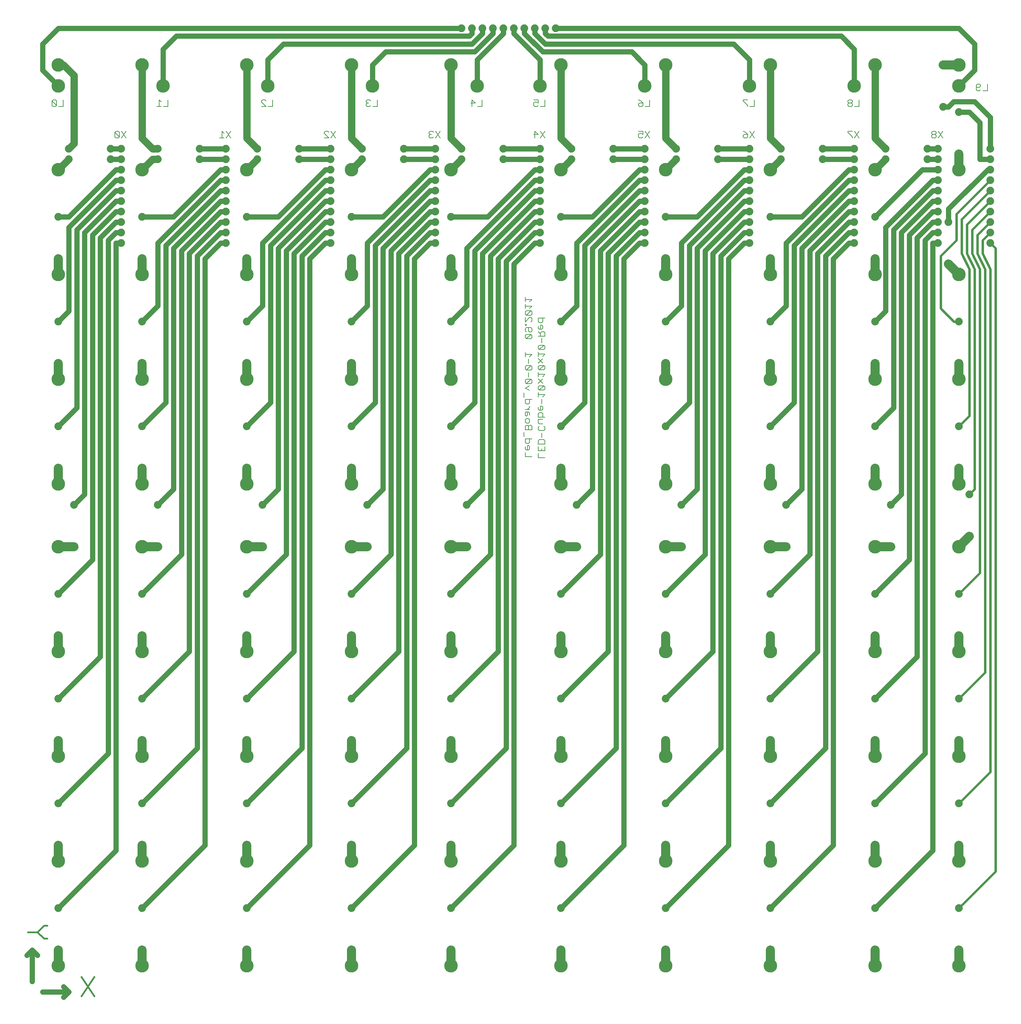
<source format=gbl>
G75*
G70*
%OFA0B0*%
%FSLAX24Y24*%
%IPPOS*%
%LPD*%
%AMOC8*
5,1,8,0,0,1.08239X$1,22.5*
%
%ADD10C,0.0160*%
%ADD11C,0.0060*%
%ADD12C,0.1300*%
%ADD13C,0.0740*%
%ADD14C,0.0860*%
%ADD15C,0.0700*%
%ADD16C,0.0500*%
%ADD17C,0.0240*%
D10*
X006293Y001181D02*
X007521Y003022D01*
X006293Y003022D02*
X007521Y001181D01*
X003022Y006681D02*
X002715Y006681D01*
X002102Y007295D01*
X001181Y007295D01*
X002102Y007295D02*
X002715Y007908D01*
X003022Y007908D01*
D11*
X048681Y052675D02*
X048681Y053102D01*
X048788Y053320D02*
X049001Y053320D01*
X049108Y053427D01*
X049108Y053640D01*
X049001Y053747D01*
X048894Y053747D01*
X048894Y053320D01*
X048788Y053320D02*
X048681Y053427D01*
X048681Y053640D01*
X048788Y053964D02*
X049001Y053964D01*
X049108Y054071D01*
X049108Y054391D01*
X049321Y054391D02*
X048681Y054391D01*
X048681Y054071D01*
X048788Y053964D01*
X048574Y054609D02*
X048574Y055036D01*
X048681Y055254D02*
X048681Y055574D01*
X048788Y055681D01*
X048894Y055681D01*
X049001Y055574D01*
X049001Y055254D01*
X049001Y055574D02*
X049108Y055681D01*
X049215Y055681D01*
X049321Y055574D01*
X049321Y055254D01*
X048681Y055254D01*
X048788Y055898D02*
X048681Y056005D01*
X048681Y056218D01*
X048788Y056325D01*
X049001Y056325D01*
X049108Y056218D01*
X049108Y056005D01*
X049001Y055898D01*
X048788Y055898D01*
X048788Y056543D02*
X048894Y056649D01*
X048894Y056970D01*
X049001Y056970D02*
X048681Y056970D01*
X048681Y056649D01*
X048788Y056543D01*
X049108Y056649D02*
X049108Y056863D01*
X049001Y056970D01*
X048894Y057187D02*
X049108Y057401D01*
X049108Y057507D01*
X049001Y057724D02*
X049108Y057831D01*
X049108Y058151D01*
X049321Y058151D02*
X048681Y058151D01*
X048681Y057831D01*
X048788Y057724D01*
X049001Y057724D01*
X049108Y057187D02*
X048681Y057187D01*
X048574Y058369D02*
X048574Y058796D01*
X048681Y059227D02*
X049108Y059440D01*
X049215Y059658D02*
X049321Y059765D01*
X049321Y059978D01*
X049215Y060085D01*
X048788Y059658D01*
X048681Y059765D01*
X048681Y059978D01*
X048788Y060085D01*
X049215Y060085D01*
X049001Y060302D02*
X049001Y060729D01*
X048788Y060947D02*
X049215Y061374D01*
X048788Y061374D01*
X048681Y061267D01*
X048681Y061054D01*
X048788Y060947D01*
X049215Y060947D01*
X049321Y061054D01*
X049321Y061267D01*
X049215Y061374D01*
X049001Y061591D02*
X049001Y062018D01*
X049108Y062236D02*
X049321Y062449D01*
X048681Y062449D01*
X048681Y062236D02*
X048681Y062663D01*
X049931Y062690D02*
X049931Y062263D01*
X049931Y062477D02*
X050571Y062477D01*
X050358Y062263D01*
X050358Y062046D02*
X049931Y061619D01*
X050038Y061401D02*
X049931Y061294D01*
X049931Y061081D01*
X050038Y060974D01*
X050465Y061401D01*
X050038Y061401D01*
X050358Y061619D02*
X049931Y062046D01*
X050465Y061401D02*
X050571Y061294D01*
X050571Y061081D01*
X050465Y060974D01*
X050038Y060974D01*
X049931Y060757D02*
X049931Y060330D01*
X049931Y060543D02*
X050571Y060543D01*
X050358Y060330D01*
X050358Y060112D02*
X049931Y059685D01*
X050038Y059468D02*
X049931Y059361D01*
X049931Y059147D01*
X050038Y059041D01*
X050465Y059468D01*
X050038Y059468D01*
X050358Y059685D02*
X049931Y060112D01*
X050465Y059468D02*
X050571Y059361D01*
X050571Y059147D01*
X050465Y059041D01*
X050038Y059041D01*
X049931Y058823D02*
X049931Y058396D01*
X049931Y058609D02*
X050571Y058609D01*
X050358Y058396D01*
X050251Y058178D02*
X050251Y057751D01*
X050251Y057534D02*
X050144Y057534D01*
X050144Y057107D01*
X050038Y057107D02*
X050251Y057107D01*
X050358Y057214D01*
X050358Y057427D01*
X050251Y057534D01*
X049931Y057427D02*
X049931Y057214D01*
X050038Y057107D01*
X050038Y056889D02*
X050251Y056889D01*
X050358Y056783D01*
X050358Y056462D01*
X050571Y056462D02*
X049931Y056462D01*
X049931Y056783D01*
X050038Y056889D01*
X049931Y056245D02*
X050358Y056245D01*
X050358Y055818D02*
X050038Y055818D01*
X049931Y055925D01*
X049931Y056245D01*
X050038Y055600D02*
X049931Y055494D01*
X049931Y055280D01*
X050038Y055173D01*
X050465Y055173D01*
X050571Y055280D01*
X050571Y055494D01*
X050465Y055600D01*
X050251Y054956D02*
X050251Y054529D01*
X050038Y054311D02*
X050465Y054311D01*
X050571Y054205D01*
X050571Y053884D01*
X049931Y053884D01*
X049931Y054205D01*
X050038Y054311D01*
X049931Y053667D02*
X049931Y053240D01*
X050571Y053240D01*
X050571Y053667D01*
X050251Y053453D02*
X050251Y053240D01*
X049931Y053022D02*
X049931Y052595D01*
X050571Y052595D01*
X049321Y052675D02*
X048681Y052675D01*
X049108Y059013D02*
X048681Y059227D01*
X048788Y059658D02*
X049215Y059658D01*
X050038Y062908D02*
X050465Y063335D01*
X050038Y063335D01*
X049931Y063228D01*
X049931Y063014D01*
X050038Y062908D01*
X050465Y062908D01*
X050571Y063014D01*
X050571Y063228D01*
X050465Y063335D01*
X050251Y063552D02*
X050251Y063979D01*
X050144Y064197D02*
X050144Y064517D01*
X050251Y064624D01*
X050465Y064624D01*
X050571Y064517D01*
X050571Y064197D01*
X049931Y064197D01*
X050144Y064410D02*
X049931Y064624D01*
X050038Y064841D02*
X050251Y064841D01*
X050358Y064948D01*
X050358Y065161D01*
X050251Y065268D01*
X050144Y065268D01*
X050144Y064841D01*
X050038Y064841D02*
X049931Y064948D01*
X049931Y065161D01*
X050038Y065486D02*
X050251Y065486D01*
X050358Y065593D01*
X050358Y065913D01*
X050571Y065913D02*
X049931Y065913D01*
X049931Y065593D01*
X050038Y065486D01*
X049321Y065659D02*
X049215Y065553D01*
X049321Y065659D02*
X049321Y065873D01*
X049215Y065980D01*
X049108Y065980D01*
X048681Y065553D01*
X048681Y065980D01*
X048788Y066197D02*
X049215Y066624D01*
X048788Y066624D01*
X048681Y066517D01*
X048681Y066304D01*
X048788Y066197D01*
X049215Y066197D01*
X049321Y066304D01*
X049321Y066517D01*
X049215Y066624D01*
X049108Y066842D02*
X049321Y067055D01*
X048681Y067055D01*
X048681Y066842D02*
X048681Y067269D01*
X048681Y067486D02*
X048681Y067913D01*
X048681Y067700D02*
X049321Y067700D01*
X049108Y067486D01*
X048788Y065337D02*
X048681Y065337D01*
X048681Y065230D01*
X048788Y065230D01*
X048788Y065337D01*
X048788Y065013D02*
X049215Y065013D01*
X049321Y064906D01*
X049321Y064692D01*
X049215Y064586D01*
X049108Y064586D01*
X049001Y064692D01*
X049001Y065013D01*
X048788Y065013D02*
X048681Y064906D01*
X048681Y064692D01*
X048788Y064586D01*
X048788Y064368D02*
X048681Y064261D01*
X048681Y064048D01*
X048788Y063941D01*
X049215Y064368D01*
X048788Y064368D01*
X049215Y064368D02*
X049321Y064261D01*
X049321Y064048D01*
X049215Y063941D01*
X048788Y063941D01*
X049606Y083131D02*
X049606Y083771D01*
X049926Y083451D01*
X049499Y083451D01*
X050144Y083131D02*
X050571Y083771D01*
X050144Y083771D02*
X050571Y083131D01*
X050571Y086131D02*
X050144Y086131D01*
X049926Y086238D02*
X049820Y086131D01*
X049606Y086131D01*
X049499Y086238D01*
X049499Y086451D01*
X049606Y086558D01*
X049713Y086558D01*
X049926Y086451D01*
X049926Y086771D01*
X049499Y086771D01*
X050571Y086771D02*
X050571Y086131D01*
X044571Y086131D02*
X044144Y086131D01*
X043926Y086451D02*
X043499Y086451D01*
X043606Y086131D02*
X043606Y086771D01*
X043926Y086451D01*
X044571Y086771D02*
X044571Y086131D01*
X040571Y083771D02*
X040144Y083131D01*
X039926Y083238D02*
X039820Y083131D01*
X039606Y083131D01*
X039499Y083238D01*
X039499Y083344D01*
X039606Y083451D01*
X039713Y083451D01*
X039606Y083451D02*
X039499Y083558D01*
X039499Y083665D01*
X039606Y083771D01*
X039820Y083771D01*
X039926Y083665D01*
X040144Y083771D02*
X040571Y083131D01*
X034571Y086131D02*
X034144Y086131D01*
X033926Y086238D02*
X033820Y086131D01*
X033606Y086131D01*
X033499Y086238D01*
X033499Y086344D01*
X033606Y086451D01*
X033713Y086451D01*
X033606Y086451D02*
X033499Y086558D01*
X033499Y086665D01*
X033606Y086771D01*
X033820Y086771D01*
X033926Y086665D01*
X034571Y086771D02*
X034571Y086131D01*
X030571Y083771D02*
X030144Y083131D01*
X029926Y083131D02*
X029499Y083558D01*
X029499Y083665D01*
X029606Y083771D01*
X029820Y083771D01*
X029926Y083665D01*
X030144Y083771D02*
X030571Y083131D01*
X029926Y083131D02*
X029499Y083131D01*
X024571Y086131D02*
X024144Y086131D01*
X023926Y086131D02*
X023499Y086558D01*
X023499Y086665D01*
X023606Y086771D01*
X023820Y086771D01*
X023926Y086665D01*
X023926Y086131D02*
X023499Y086131D01*
X024571Y086131D02*
X024571Y086771D01*
X020571Y083771D02*
X020144Y083131D01*
X019926Y083131D02*
X019499Y083131D01*
X019713Y083131D02*
X019713Y083771D01*
X019926Y083558D01*
X020144Y083771D02*
X020571Y083131D01*
X014571Y086131D02*
X014144Y086131D01*
X013926Y086131D02*
X013499Y086131D01*
X013713Y086131D02*
X013713Y086771D01*
X013926Y086558D01*
X014571Y086771D02*
X014571Y086131D01*
X010571Y083771D02*
X010144Y083131D01*
X009926Y083238D02*
X009499Y083665D01*
X009499Y083238D01*
X009606Y083131D01*
X009820Y083131D01*
X009926Y083238D01*
X009926Y083665D01*
X009820Y083771D01*
X009606Y083771D01*
X009499Y083665D01*
X010144Y083771D02*
X010571Y083131D01*
X004571Y086131D02*
X004144Y086131D01*
X003926Y086238D02*
X003499Y086665D01*
X003499Y086238D01*
X003606Y086131D01*
X003820Y086131D01*
X003926Y086238D01*
X003926Y086665D01*
X003820Y086771D01*
X003606Y086771D01*
X003499Y086665D01*
X004571Y086771D02*
X004571Y086131D01*
X059499Y086238D02*
X059499Y086344D01*
X059606Y086451D01*
X059926Y086451D01*
X059926Y086238D01*
X059820Y086131D01*
X059606Y086131D01*
X059499Y086238D01*
X059713Y086665D02*
X059499Y086771D01*
X059713Y086665D02*
X059926Y086451D01*
X060144Y086131D02*
X060571Y086131D01*
X060571Y086771D01*
X060571Y083771D02*
X060144Y083131D01*
X059926Y083238D02*
X059820Y083131D01*
X059606Y083131D01*
X059499Y083238D01*
X059499Y083451D01*
X059606Y083558D01*
X059713Y083558D01*
X059926Y083451D01*
X059926Y083771D01*
X059499Y083771D01*
X060144Y083771D02*
X060571Y083131D01*
X069499Y083238D02*
X069499Y083344D01*
X069606Y083451D01*
X069926Y083451D01*
X069926Y083238D01*
X069820Y083131D01*
X069606Y083131D01*
X069499Y083238D01*
X069713Y083665D02*
X069926Y083451D01*
X069713Y083665D02*
X069499Y083771D01*
X070144Y083771D02*
X070571Y083131D01*
X070144Y083131D02*
X070571Y083771D01*
X070571Y086131D02*
X070144Y086131D01*
X069926Y086131D02*
X069926Y086238D01*
X069499Y086665D01*
X069499Y086771D01*
X069926Y086771D01*
X070571Y086771D02*
X070571Y086131D01*
X079499Y086238D02*
X079606Y086131D01*
X079820Y086131D01*
X079926Y086238D01*
X079926Y086344D01*
X079820Y086451D01*
X079606Y086451D01*
X079499Y086344D01*
X079499Y086238D01*
X079606Y086451D02*
X079499Y086558D01*
X079499Y086665D01*
X079606Y086771D01*
X079820Y086771D01*
X079926Y086665D01*
X079926Y086558D01*
X079820Y086451D01*
X080144Y086131D02*
X080571Y086131D01*
X080571Y086771D01*
X080571Y083771D02*
X080144Y083131D01*
X079926Y083131D02*
X079926Y083238D01*
X079499Y083665D01*
X079499Y083771D01*
X079926Y083771D01*
X080144Y083771D02*
X080571Y083131D01*
X087499Y083238D02*
X087606Y083131D01*
X087820Y083131D01*
X087926Y083238D01*
X087926Y083344D01*
X087820Y083451D01*
X087606Y083451D01*
X087499Y083344D01*
X087499Y083238D01*
X087606Y083451D02*
X087499Y083558D01*
X087499Y083665D01*
X087606Y083771D01*
X087820Y083771D01*
X087926Y083665D01*
X087926Y083558D01*
X087820Y083451D01*
X088144Y083131D02*
X088571Y083771D01*
X088144Y083771D02*
X088571Y083131D01*
X091856Y087631D02*
X091749Y087738D01*
X091749Y088165D01*
X091856Y088271D01*
X092070Y088271D01*
X092176Y088165D01*
X092176Y088058D01*
X092070Y087951D01*
X091749Y087951D01*
X091856Y087631D02*
X092070Y087631D01*
X092176Y087738D01*
X092394Y087631D02*
X092821Y087631D01*
X092821Y088271D01*
D12*
X090101Y088101D03*
X090101Y090101D03*
X082101Y090101D03*
X080101Y088101D03*
X082101Y080101D03*
X090101Y080101D03*
X090101Y070101D03*
X082101Y070101D03*
X082101Y060101D03*
X090101Y060101D03*
X090101Y050101D03*
X090101Y044101D03*
X082101Y044101D03*
X082101Y050101D03*
X072101Y050101D03*
X072101Y044101D03*
X072101Y034101D03*
X082101Y034101D03*
X090101Y034101D03*
X090101Y024101D03*
X082101Y024101D03*
X072101Y024101D03*
X072101Y014101D03*
X082101Y014101D03*
X090101Y014101D03*
X090101Y004101D03*
X082101Y004101D03*
X072101Y004101D03*
X062101Y004101D03*
X062101Y014101D03*
X052101Y014101D03*
X052101Y004101D03*
X041601Y004101D03*
X032101Y004101D03*
X032101Y014101D03*
X041601Y014101D03*
X041601Y024101D03*
X032101Y024101D03*
X032101Y034101D03*
X041601Y034101D03*
X041601Y044101D03*
X041601Y050101D03*
X032101Y050101D03*
X032101Y044101D03*
X022101Y044101D03*
X022101Y050101D03*
X022101Y060101D03*
X022101Y070101D03*
X032101Y070101D03*
X041601Y070101D03*
X041601Y060101D03*
X032101Y060101D03*
X032101Y080101D03*
X034101Y088101D03*
X032101Y090101D03*
X024101Y088101D03*
X022101Y090101D03*
X014101Y088101D03*
X012101Y090101D03*
X004101Y090101D03*
X004101Y088101D03*
X004101Y080101D03*
X012101Y080101D03*
X022101Y080101D03*
X012101Y070101D03*
X004101Y070101D03*
X004101Y060101D03*
X012101Y060101D03*
X012101Y050101D03*
X012101Y044101D03*
X004101Y044101D03*
X004101Y050101D03*
X004101Y034101D03*
X012101Y034101D03*
X012101Y024101D03*
X004101Y024101D03*
X004101Y014101D03*
X012101Y014101D03*
X012101Y004101D03*
X004101Y004101D03*
X022101Y004101D03*
X022101Y014101D03*
X022101Y024101D03*
X022101Y034101D03*
X052101Y034101D03*
X062101Y034101D03*
X062101Y024101D03*
X052101Y024101D03*
X052101Y044101D03*
X052101Y050101D03*
X062101Y050101D03*
X062101Y044101D03*
X062101Y060101D03*
X062101Y070101D03*
X052101Y070101D03*
X052101Y060101D03*
X052101Y080101D03*
X050101Y088101D03*
X052101Y090101D03*
X060101Y088101D03*
X062101Y090101D03*
X070101Y088101D03*
X072101Y090101D03*
X072101Y080101D03*
X072101Y070101D03*
X072101Y060101D03*
X062101Y080101D03*
X044101Y088101D03*
X041601Y090101D03*
X041601Y080101D03*
D13*
X042601Y081101D03*
X042601Y082101D03*
X040101Y082101D03*
X040101Y081101D03*
X040101Y080101D03*
X040101Y079101D03*
X040101Y078101D03*
X040101Y077101D03*
X040101Y076101D03*
X040101Y075101D03*
X040101Y074101D03*
X040101Y073101D03*
X041601Y071601D03*
X041601Y075601D03*
X037101Y081101D03*
X037101Y082101D03*
X033101Y082101D03*
X033101Y081101D03*
X030101Y081101D03*
X030101Y082101D03*
X030101Y080101D03*
X030101Y079101D03*
X030101Y078101D03*
X030101Y077101D03*
X030101Y076101D03*
X030101Y075101D03*
X030101Y074101D03*
X030101Y073101D03*
X032101Y071601D03*
X032101Y075601D03*
X027101Y081101D03*
X027101Y082101D03*
X023101Y082101D03*
X023101Y081101D03*
X020101Y081101D03*
X020101Y082101D03*
X020101Y080101D03*
X020101Y079101D03*
X020101Y078101D03*
X020101Y077101D03*
X020101Y076101D03*
X020101Y075101D03*
X020101Y074101D03*
X020101Y073101D03*
X022101Y071601D03*
X022101Y075601D03*
X017601Y081101D03*
X017601Y082101D03*
X013601Y082101D03*
X013601Y081101D03*
X010101Y081101D03*
X010101Y082101D03*
X009101Y082101D03*
X009101Y081101D03*
X010101Y080101D03*
X010101Y079101D03*
X010101Y078101D03*
X010101Y077101D03*
X010101Y076101D03*
X010101Y075101D03*
X010101Y074101D03*
X010101Y073101D03*
X012101Y071601D03*
X012101Y075601D03*
X005101Y081101D03*
X005101Y082101D03*
X004101Y075601D03*
X004101Y071601D03*
X004101Y065601D03*
X004101Y061601D03*
X004101Y055601D03*
X004101Y051601D03*
X005601Y048101D03*
X005601Y044101D03*
X004101Y039601D03*
X004101Y035601D03*
X004101Y029601D03*
X004101Y025601D03*
X004101Y019601D03*
X004101Y015601D03*
X004101Y009601D03*
X004101Y005601D03*
X012101Y005601D03*
X012101Y009601D03*
X012101Y015601D03*
X012101Y019601D03*
X012101Y025601D03*
X012101Y029601D03*
X012101Y035601D03*
X012101Y039601D03*
X013601Y044101D03*
X013601Y048101D03*
X012101Y051601D03*
X012101Y055601D03*
X012101Y061601D03*
X012101Y065601D03*
X022101Y065601D03*
X022101Y061601D03*
X022101Y055601D03*
X022101Y051601D03*
X023601Y048101D03*
X023601Y044101D03*
X022101Y039601D03*
X022101Y035601D03*
X022101Y029601D03*
X022101Y025601D03*
X022101Y019601D03*
X022101Y015601D03*
X022101Y009601D03*
X022101Y005601D03*
X032101Y005601D03*
X032101Y009601D03*
X032101Y015601D03*
X032101Y019601D03*
X032101Y025601D03*
X032101Y029601D03*
X032101Y035601D03*
X032101Y039601D03*
X033601Y044101D03*
X033601Y048101D03*
X032101Y051601D03*
X032101Y055601D03*
X032101Y061601D03*
X032101Y065601D03*
X041601Y065601D03*
X041601Y061601D03*
X041601Y055601D03*
X041601Y051601D03*
X043101Y048101D03*
X043101Y044101D03*
X041601Y039601D03*
X041601Y035601D03*
X041601Y029601D03*
X041601Y025601D03*
X041601Y019601D03*
X041601Y015601D03*
X041601Y009601D03*
X041601Y005601D03*
X052101Y005601D03*
X052101Y009601D03*
X052101Y015601D03*
X052101Y019601D03*
X052101Y025601D03*
X052101Y029601D03*
X052101Y035601D03*
X052101Y039601D03*
X053601Y044101D03*
X053601Y048101D03*
X052101Y051601D03*
X052101Y055601D03*
X052101Y061601D03*
X052101Y065601D03*
X052101Y071601D03*
X050101Y073101D03*
X050101Y074101D03*
X050101Y075101D03*
X050101Y076101D03*
X050101Y077101D03*
X050101Y078101D03*
X050101Y079101D03*
X050101Y080101D03*
X050101Y081101D03*
X050101Y082101D03*
X046601Y082101D03*
X046601Y081101D03*
X052101Y075601D03*
X053101Y081101D03*
X053101Y082101D03*
X057101Y082101D03*
X057101Y081101D03*
X060101Y081101D03*
X060101Y082101D03*
X060101Y080101D03*
X060101Y079101D03*
X060101Y078101D03*
X060101Y077101D03*
X060101Y076101D03*
X060101Y075101D03*
X060101Y074101D03*
X060101Y073101D03*
X062101Y071601D03*
X062101Y075601D03*
X063101Y081101D03*
X063101Y082101D03*
X067101Y082101D03*
X067101Y081101D03*
X070101Y081101D03*
X070101Y082101D03*
X070101Y080101D03*
X070101Y079101D03*
X070101Y078101D03*
X070101Y077101D03*
X070101Y076101D03*
X070101Y075101D03*
X070101Y074101D03*
X070101Y073101D03*
X072101Y071601D03*
X072101Y075601D03*
X073101Y081101D03*
X073101Y082101D03*
X077101Y082101D03*
X077101Y081101D03*
X080101Y081101D03*
X080101Y082101D03*
X080101Y080101D03*
X080101Y079101D03*
X080101Y078101D03*
X080101Y077101D03*
X080101Y076101D03*
X080101Y075101D03*
X080101Y074101D03*
X080101Y073101D03*
X082101Y071601D03*
X082101Y075601D03*
X083101Y081101D03*
X083101Y082101D03*
X087101Y082101D03*
X087101Y081101D03*
X088101Y081101D03*
X088101Y082101D03*
X088101Y080101D03*
X088101Y079101D03*
X088101Y078101D03*
X088101Y077101D03*
X088101Y076101D03*
X088101Y075101D03*
X089101Y075101D03*
X088101Y074101D03*
X088101Y073101D03*
X089101Y071101D03*
X093101Y073101D03*
X093101Y074101D03*
X093101Y075101D03*
X093101Y076101D03*
X093101Y077101D03*
X093101Y078101D03*
X093101Y079101D03*
X093101Y080101D03*
X093101Y081101D03*
X093101Y082101D03*
X090101Y081601D03*
X090101Y085601D03*
X088601Y086101D03*
X088601Y090101D03*
X090101Y065601D03*
X090101Y061601D03*
X090101Y055601D03*
X090101Y051601D03*
X091101Y049101D03*
X091101Y045101D03*
X090101Y039601D03*
X090101Y035601D03*
X090101Y029601D03*
X090101Y025601D03*
X090101Y019601D03*
X090101Y015601D03*
X090101Y009601D03*
X090101Y005601D03*
X082101Y005601D03*
X082101Y009601D03*
X082101Y015601D03*
X082101Y019601D03*
X082101Y025601D03*
X082101Y029601D03*
X082101Y035601D03*
X082101Y039601D03*
X083601Y044101D03*
X083601Y048101D03*
X082101Y051601D03*
X082101Y055601D03*
X082101Y061601D03*
X082101Y065601D03*
X072101Y065601D03*
X072101Y061601D03*
X072101Y055601D03*
X072101Y051601D03*
X073601Y048101D03*
X073601Y044101D03*
X072101Y039601D03*
X072101Y035601D03*
X072101Y029601D03*
X072101Y025601D03*
X072101Y019601D03*
X072101Y015601D03*
X072101Y009601D03*
X072101Y005601D03*
X062101Y005601D03*
X062101Y009601D03*
X062101Y015601D03*
X062101Y019601D03*
X062101Y025601D03*
X062101Y029601D03*
X062101Y035601D03*
X062101Y039601D03*
X063601Y044101D03*
X063601Y048101D03*
X062101Y051601D03*
X062101Y055601D03*
X062101Y061601D03*
X062101Y065601D03*
X051601Y093601D03*
X050601Y093601D03*
X049601Y093601D03*
X048601Y093601D03*
X047601Y093601D03*
X046601Y093601D03*
X045601Y093601D03*
X044601Y093601D03*
X043601Y093601D03*
X042601Y093601D03*
D14*
X041601Y071601D02*
X041601Y070101D01*
X041601Y061601D02*
X041601Y060101D01*
X041601Y051601D02*
X041601Y050101D01*
X041601Y044101D02*
X043101Y044101D01*
X041601Y035601D02*
X041601Y034101D01*
X041601Y025601D02*
X041601Y024101D01*
X041601Y015601D02*
X041601Y014101D01*
X041601Y005601D02*
X041601Y004101D01*
X032101Y004101D02*
X032101Y005601D01*
X032101Y014101D02*
X032101Y015601D01*
X032101Y024101D02*
X032101Y025601D01*
X032101Y034101D02*
X032101Y035601D01*
X032101Y044101D02*
X033601Y044101D01*
X032101Y050101D02*
X032101Y051601D01*
X032101Y060101D02*
X032101Y061601D01*
X032101Y070101D02*
X032101Y071601D01*
X022101Y071601D02*
X022101Y070101D01*
X022101Y061601D02*
X022101Y060101D01*
X022101Y051601D02*
X022101Y050101D01*
X022101Y044101D02*
X023601Y044101D01*
X022101Y035601D02*
X022101Y034101D01*
X022101Y025601D02*
X022101Y024101D01*
X022101Y015601D02*
X022101Y014101D01*
X022101Y005601D02*
X022101Y004101D01*
X012101Y004101D02*
X012101Y005601D01*
X004101Y005601D02*
X004101Y004101D01*
X004101Y014101D02*
X004101Y015601D01*
X012101Y015601D02*
X012101Y014101D01*
X012101Y024101D02*
X012101Y025601D01*
X004101Y025601D02*
X004101Y024101D01*
X004101Y034101D02*
X004101Y035601D01*
X012101Y035601D02*
X012101Y034101D01*
X012101Y044101D02*
X013601Y044101D01*
X012101Y050101D02*
X012101Y051601D01*
X004101Y051601D02*
X004101Y050101D01*
X004101Y044101D02*
X005601Y044101D01*
X004101Y060101D02*
X004101Y061601D01*
X012101Y061601D02*
X012101Y060101D01*
X012101Y070101D02*
X012101Y071601D01*
X004101Y071601D02*
X004101Y070101D01*
X052101Y070101D02*
X052101Y071601D01*
X062101Y071601D02*
X062101Y070101D01*
X062101Y061601D02*
X062101Y060101D01*
X062101Y051601D02*
X062101Y050101D01*
X062101Y044101D02*
X063601Y044101D01*
X072101Y044101D02*
X073601Y044101D01*
X072101Y050101D02*
X072101Y051601D01*
X072101Y060101D02*
X072101Y061601D01*
X072101Y070101D02*
X072101Y071601D01*
X082101Y071601D02*
X082101Y070101D01*
X089101Y071101D02*
X090101Y070101D01*
X090101Y061601D02*
X090101Y060101D01*
X082101Y060101D02*
X082101Y061601D01*
X082101Y051601D02*
X082101Y050101D01*
X082101Y044101D02*
X083601Y044101D01*
X090101Y044101D02*
X091101Y045101D01*
X090101Y050101D02*
X090101Y051601D01*
X090101Y035601D02*
X090101Y034101D01*
X082101Y034101D02*
X082101Y035601D01*
X072101Y035601D02*
X072101Y034101D01*
X072101Y025601D02*
X072101Y024101D01*
X072101Y015601D02*
X072101Y014101D01*
X072101Y005601D02*
X072101Y004101D01*
X082101Y004101D02*
X082101Y005601D01*
X090101Y005601D02*
X090101Y004101D01*
X090101Y014101D02*
X090101Y015601D01*
X082101Y015601D02*
X082101Y014101D01*
X082101Y024101D02*
X082101Y025601D01*
X090101Y025601D02*
X090101Y024101D01*
X062101Y024101D02*
X062101Y025601D01*
X062101Y034101D02*
X062101Y035601D01*
X053601Y044101D02*
X052101Y044101D01*
X052101Y050101D02*
X052101Y051601D01*
X052101Y060101D02*
X052101Y061601D01*
X052101Y035601D02*
X052101Y034101D01*
X052101Y025601D02*
X052101Y024101D01*
X052101Y015601D02*
X052101Y014101D01*
X052101Y005601D02*
X052101Y004101D01*
X062101Y004101D02*
X062101Y005601D01*
X062101Y014101D02*
X062101Y015601D01*
X090101Y080101D02*
X090101Y081601D01*
X090101Y090101D02*
X088601Y090101D01*
D15*
X082101Y090101D02*
X082101Y083101D01*
X083101Y082101D01*
X083101Y081101D02*
X082101Y080101D01*
X073101Y081101D02*
X072101Y080101D01*
X073101Y082101D02*
X072101Y083101D01*
X072101Y090101D01*
X063101Y082101D02*
X062101Y083101D01*
X062101Y090101D01*
X063101Y081101D02*
X062101Y080101D01*
X053101Y081101D02*
X052101Y080101D01*
X053101Y082101D02*
X052101Y083101D01*
X052101Y090101D01*
X042601Y082101D02*
X041601Y083101D01*
X041601Y090101D01*
X042601Y081101D02*
X041601Y080101D01*
X033101Y081101D02*
X032101Y080101D01*
X033101Y082101D02*
X032101Y083101D01*
X032101Y090101D01*
X023101Y082101D02*
X022101Y083101D01*
X022101Y090101D01*
X023101Y081101D02*
X022101Y080101D01*
X013601Y081101D02*
X013101Y081101D01*
X012101Y080101D01*
X013101Y082101D02*
X013601Y082101D01*
X013101Y082101D02*
X012101Y083101D01*
X012101Y090101D01*
X005601Y089101D02*
X005601Y082601D01*
X005101Y082101D01*
X005101Y081101D02*
X004101Y080101D01*
X005601Y089101D02*
X004601Y090101D01*
X004101Y090101D01*
D16*
X001601Y005601D02*
X001601Y002601D01*
X002601Y001601D02*
X005101Y001601D01*
X004601Y001101D01*
X005101Y001601D02*
X004601Y002101D01*
X002101Y005101D02*
X001601Y005601D01*
X001101Y005101D01*
X004101Y009601D02*
X009601Y015101D01*
X009601Y073101D01*
X010101Y073101D01*
X010101Y074101D02*
X009601Y074101D01*
X008851Y073351D01*
X008851Y024351D01*
X004101Y019601D01*
X012101Y019601D02*
X017351Y024851D01*
X017351Y071851D01*
X019601Y074101D01*
X020101Y074101D01*
X020101Y075101D02*
X019601Y075101D01*
X016601Y072101D01*
X016601Y034101D01*
X012101Y029601D01*
X008101Y033601D02*
X008101Y073601D01*
X009601Y075101D01*
X010101Y075101D01*
X010101Y076101D02*
X009601Y076101D01*
X007351Y073851D01*
X007351Y042851D01*
X004101Y039601D01*
X008101Y033601D02*
X004101Y029601D01*
X012101Y039601D02*
X015851Y043351D01*
X015851Y072351D01*
X019601Y076101D01*
X020101Y076101D01*
X020101Y077101D02*
X019601Y077101D01*
X015101Y072601D01*
X015101Y049601D01*
X013601Y048101D01*
X006601Y049101D02*
X006601Y074101D01*
X009601Y077101D01*
X010101Y077101D01*
X010101Y078101D02*
X009601Y078101D01*
X005851Y074351D01*
X005851Y057351D01*
X004101Y055601D01*
X006601Y049101D02*
X005601Y048101D01*
X012101Y055601D02*
X014351Y057851D01*
X014351Y072851D01*
X019601Y078101D01*
X020101Y078101D01*
X020101Y079101D02*
X019601Y079101D01*
X013601Y073101D01*
X013601Y067101D01*
X012101Y065601D01*
X005101Y066601D02*
X005101Y074601D01*
X009601Y079101D01*
X010101Y079101D01*
X010101Y080101D02*
X009601Y080101D01*
X005101Y075601D01*
X004101Y075601D01*
X009101Y081101D02*
X010101Y081101D01*
X010101Y082101D02*
X009101Y082101D01*
X014101Y088101D02*
X014101Y091601D01*
X015351Y092851D01*
X043351Y092851D01*
X043601Y093101D01*
X043601Y093601D01*
X044601Y093601D02*
X044601Y093101D01*
X043601Y092101D01*
X025601Y092101D01*
X024101Y090601D01*
X024101Y088101D01*
X027101Y082101D02*
X030101Y082101D01*
X030101Y081101D02*
X027101Y081101D01*
X029601Y080101D02*
X025101Y075601D01*
X022101Y075601D01*
X023601Y073101D02*
X029601Y079101D01*
X030101Y079101D01*
X030101Y080101D02*
X029601Y080101D01*
X029601Y078101D02*
X030101Y078101D01*
X029601Y078101D02*
X024351Y072851D01*
X024351Y057851D01*
X022101Y055601D01*
X025101Y049601D02*
X025101Y072601D01*
X029601Y077101D01*
X030101Y077101D01*
X030101Y076101D02*
X029601Y076101D01*
X025851Y072351D01*
X025851Y043351D01*
X022101Y039601D01*
X026601Y034101D02*
X026601Y072101D01*
X029601Y075101D01*
X030101Y075101D01*
X030101Y074101D02*
X029601Y074101D01*
X027351Y071851D01*
X027351Y024851D01*
X022101Y019601D01*
X018101Y015601D02*
X018101Y071601D01*
X019601Y073101D01*
X020101Y073101D01*
X023601Y073101D02*
X023601Y067101D01*
X022101Y065601D01*
X028101Y071601D02*
X029601Y073101D01*
X030101Y073101D01*
X028101Y071601D02*
X028101Y015601D01*
X022101Y009601D01*
X018101Y015601D02*
X012101Y009601D01*
X032101Y009601D02*
X038101Y015601D01*
X038101Y071601D01*
X039601Y073101D01*
X040101Y073101D01*
X040101Y074101D02*
X039601Y074101D01*
X037351Y071851D01*
X037351Y024851D01*
X032101Y019601D01*
X041601Y019601D02*
X046851Y024851D01*
X046851Y071351D01*
X049601Y074101D01*
X050101Y074101D01*
X050101Y075101D02*
X049601Y075101D01*
X046101Y071601D01*
X046101Y034101D01*
X041601Y029601D01*
X036601Y034101D02*
X036601Y072101D01*
X039601Y075101D01*
X040101Y075101D01*
X040101Y076101D02*
X039601Y076101D01*
X035851Y072351D01*
X035851Y043351D01*
X032101Y039601D01*
X036601Y034101D02*
X032101Y029601D01*
X026601Y034101D02*
X022101Y029601D01*
X023601Y048101D02*
X025101Y049601D01*
X032101Y055601D02*
X034351Y057851D01*
X034351Y072851D01*
X039601Y078101D01*
X040101Y078101D01*
X040101Y079101D02*
X039601Y079101D01*
X033601Y073101D01*
X033601Y067101D01*
X032101Y065601D01*
X035101Y072601D02*
X039601Y077101D01*
X040101Y077101D01*
X041601Y075601D02*
X045101Y075601D01*
X049601Y080101D01*
X050101Y080101D01*
X050101Y081101D02*
X046601Y081101D01*
X046601Y082101D02*
X050101Y082101D01*
X050101Y079101D02*
X049601Y079101D01*
X043101Y072601D01*
X043101Y067101D01*
X041601Y065601D01*
X044601Y072101D02*
X049601Y077101D01*
X050101Y077101D01*
X050101Y078101D02*
X049601Y078101D01*
X043851Y072351D01*
X043851Y057851D01*
X041601Y055601D01*
X044601Y049601D02*
X044601Y072101D01*
X045351Y071851D02*
X049601Y076101D01*
X050101Y076101D01*
X052101Y075601D02*
X055101Y075601D01*
X059601Y080101D01*
X060101Y080101D01*
X060101Y081101D02*
X057101Y081101D01*
X057101Y082101D02*
X060101Y082101D01*
X060101Y079101D02*
X059601Y079101D01*
X053601Y073101D01*
X053601Y067101D01*
X052101Y065601D01*
X047601Y071101D02*
X049601Y073101D01*
X050101Y073101D01*
X047601Y071101D02*
X047601Y015601D01*
X041601Y009601D01*
X052101Y009601D02*
X058101Y015601D01*
X058101Y071601D01*
X059601Y073101D01*
X060101Y073101D01*
X060101Y074101D02*
X059601Y074101D01*
X057351Y071851D01*
X057351Y024851D01*
X052101Y019601D01*
X062101Y019601D02*
X067351Y024851D01*
X067351Y071851D01*
X069601Y074101D01*
X070101Y074101D01*
X070101Y075101D02*
X069601Y075101D01*
X066601Y072101D01*
X066601Y034101D01*
X062101Y029601D01*
X056601Y034101D02*
X056601Y072101D01*
X059601Y075101D01*
X060101Y075101D01*
X060101Y076101D02*
X059601Y076101D01*
X055851Y072351D01*
X055851Y043351D01*
X052101Y039601D01*
X056601Y034101D02*
X052101Y029601D01*
X062101Y039601D02*
X065851Y043351D01*
X065851Y072351D01*
X069601Y076101D01*
X070101Y076101D01*
X070101Y077101D02*
X069601Y077101D01*
X065101Y072601D01*
X065101Y049601D01*
X063601Y048101D01*
X062101Y055601D02*
X064351Y057851D01*
X064351Y072851D01*
X069601Y078101D01*
X070101Y078101D01*
X070101Y079101D02*
X069601Y079101D01*
X063601Y073101D01*
X063601Y067101D01*
X062101Y065601D01*
X068101Y071601D02*
X069601Y073101D01*
X070101Y073101D01*
X068101Y071601D02*
X068101Y015601D01*
X062101Y009601D01*
X072101Y009601D02*
X078101Y015601D01*
X078101Y071601D01*
X079601Y073101D01*
X080101Y073101D01*
X080101Y074101D02*
X079601Y074101D01*
X077351Y071851D01*
X077351Y024851D01*
X072101Y019601D01*
X082101Y019601D02*
X086851Y024351D01*
X086851Y073351D01*
X087601Y074101D01*
X088101Y074101D01*
X088101Y075101D02*
X087601Y075101D01*
X086101Y073601D01*
X086101Y033601D01*
X082101Y029601D01*
X076601Y034101D02*
X076601Y072101D01*
X079601Y075101D01*
X080101Y075101D01*
X080101Y076101D02*
X079601Y076101D01*
X075851Y072351D01*
X075851Y043351D01*
X072101Y039601D01*
X076601Y034101D02*
X072101Y029601D01*
X082101Y039601D02*
X085351Y042851D01*
X085351Y073851D01*
X087601Y076101D01*
X088101Y076101D01*
X089101Y076351D02*
X089101Y075101D01*
X089101Y076351D02*
X092851Y080101D01*
X093101Y080101D01*
X093101Y081101D02*
X092101Y081101D01*
X092101Y084601D01*
X091101Y085601D01*
X090101Y085601D01*
X089101Y086101D02*
X089601Y086601D01*
X091601Y086601D01*
X093101Y085101D01*
X093101Y082101D01*
X089101Y086101D02*
X088601Y086101D01*
X090101Y088101D02*
X091601Y089601D01*
X091601Y092101D01*
X090101Y093601D01*
X051601Y093601D01*
X050601Y093601D02*
X050601Y093101D01*
X050851Y092851D01*
X078851Y092851D01*
X080101Y091601D01*
X080101Y088101D01*
X080101Y082101D02*
X077101Y082101D01*
X077101Y081101D02*
X080101Y081101D01*
X080101Y080101D02*
X079601Y080101D01*
X075101Y075601D01*
X072101Y075601D01*
X073601Y073101D02*
X079601Y079101D01*
X080101Y079101D01*
X080101Y078101D02*
X079601Y078101D01*
X074351Y072851D01*
X074351Y057851D01*
X072101Y055601D01*
X075101Y049601D02*
X075101Y072601D01*
X079601Y077101D01*
X080101Y077101D01*
X082101Y075601D02*
X086601Y080101D01*
X088101Y080101D01*
X088101Y081101D02*
X087101Y081101D01*
X087101Y082101D02*
X088101Y082101D01*
X088101Y079101D02*
X087601Y079101D01*
X083101Y074601D01*
X083101Y066601D01*
X082101Y065601D01*
X083851Y057351D02*
X083851Y074351D01*
X087601Y078101D01*
X088101Y078101D01*
X088101Y077101D02*
X087601Y077101D01*
X084601Y074101D01*
X084601Y049101D01*
X083601Y048101D01*
X082101Y055601D02*
X083851Y057351D01*
X075101Y049601D02*
X073601Y048101D01*
X072101Y065601D02*
X073601Y067101D01*
X073601Y073101D01*
X070101Y080101D02*
X069601Y080101D01*
X065101Y075601D01*
X062101Y075601D01*
X060101Y077101D02*
X059601Y077101D01*
X055101Y072601D01*
X055101Y049601D01*
X053601Y048101D01*
X052101Y055601D02*
X054351Y057851D01*
X054351Y072851D01*
X059601Y078101D01*
X060101Y078101D01*
X067101Y081101D02*
X070101Y081101D01*
X070101Y082101D02*
X067101Y082101D01*
X070101Y088101D02*
X070101Y090601D01*
X068601Y092101D01*
X050601Y092101D01*
X049601Y093101D01*
X049601Y093601D01*
X048601Y093601D02*
X048601Y093101D01*
X050351Y091351D01*
X058851Y091351D01*
X060101Y090101D01*
X060101Y088101D01*
X050101Y088101D02*
X050101Y090601D01*
X047601Y093101D01*
X047601Y093601D01*
X046601Y093601D02*
X046601Y093101D01*
X044101Y090601D01*
X044101Y088101D01*
X043851Y091351D02*
X045601Y093101D01*
X045601Y093601D01*
X043851Y091351D02*
X035351Y091351D01*
X034101Y090101D01*
X034101Y088101D01*
X037101Y082101D02*
X040101Y082101D01*
X040101Y081101D02*
X037101Y081101D01*
X039601Y080101D02*
X035101Y075601D01*
X032101Y075601D01*
X035101Y072601D02*
X035101Y049601D01*
X033601Y048101D01*
X041601Y039601D02*
X045351Y043351D01*
X045351Y071851D01*
X040101Y080101D02*
X039601Y080101D01*
X042601Y093601D02*
X004101Y093601D01*
X002601Y092101D01*
X002601Y089601D01*
X004101Y088101D01*
X012101Y075601D02*
X015101Y075601D01*
X019601Y080101D01*
X020101Y080101D01*
X020101Y081101D02*
X017601Y081101D01*
X017601Y082101D02*
X020101Y082101D01*
X005101Y066601D02*
X004101Y065601D01*
X043101Y048101D02*
X044601Y049601D01*
X082101Y009601D02*
X087601Y015101D01*
X087601Y073101D01*
X088101Y073101D01*
D17*
X088351Y071851D02*
X089851Y073351D01*
X089851Y075851D01*
X093101Y079101D01*
X093101Y078101D02*
X090351Y075351D01*
X090351Y072101D01*
X091101Y070601D01*
X091101Y056601D01*
X090101Y055601D01*
X091601Y049601D02*
X091601Y070601D01*
X090851Y072101D01*
X090851Y074851D01*
X093101Y077101D01*
X093101Y076101D02*
X091351Y074351D01*
X091351Y072101D01*
X092101Y070601D01*
X092101Y041601D01*
X090101Y039601D01*
X092601Y032101D02*
X092601Y070601D01*
X091851Y072101D01*
X091851Y073851D01*
X093101Y075101D01*
X093101Y074101D02*
X092351Y073351D01*
X092351Y072101D01*
X093101Y070601D01*
X093101Y022601D01*
X090101Y019601D01*
X093601Y013101D02*
X093601Y072601D01*
X093101Y073101D01*
X088351Y071851D02*
X088351Y066851D01*
X089601Y065601D01*
X090101Y065601D01*
X091601Y049601D02*
X091101Y049101D01*
X092601Y032101D02*
X090101Y029601D01*
X093601Y013101D02*
X090101Y009601D01*
M02*

</source>
